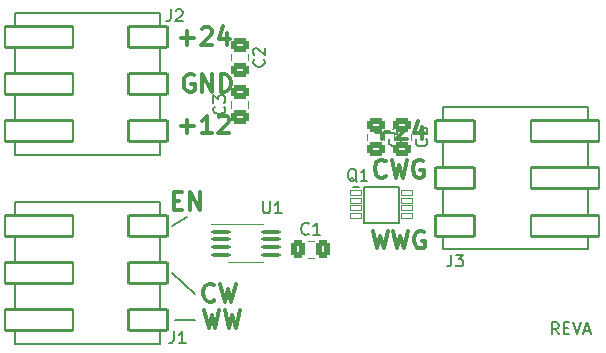
<source format=gbr>
%TF.GenerationSoftware,KiCad,Pcbnew,(6.0.4)*%
%TF.CreationDate,2022-10-31T11:49:10-04:00*%
%TF.ProjectId,switcher board,73776974-6368-4657-9220-626f6172642e,rev?*%
%TF.SameCoordinates,Original*%
%TF.FileFunction,Legend,Top*%
%TF.FilePolarity,Positive*%
%FSLAX46Y46*%
G04 Gerber Fmt 4.6, Leading zero omitted, Abs format (unit mm)*
G04 Created by KiCad (PCBNEW (6.0.4)) date 2022-10-31 11:49:10*
%MOMM*%
%LPD*%
G01*
G04 APERTURE LIST*
G04 Aperture macros list*
%AMRoundRect*
0 Rectangle with rounded corners*
0 $1 Rounding radius*
0 $2 $3 $4 $5 $6 $7 $8 $9 X,Y pos of 4 corners*
0 Add a 4 corners polygon primitive as box body*
4,1,4,$2,$3,$4,$5,$6,$7,$8,$9,$2,$3,0*
0 Add four circle primitives for the rounded corners*
1,1,$1+$1,$2,$3*
1,1,$1+$1,$4,$5*
1,1,$1+$1,$6,$7*
1,1,$1+$1,$8,$9*
0 Add four rect primitives between the rounded corners*
20,1,$1+$1,$2,$3,$4,$5,0*
20,1,$1+$1,$4,$5,$6,$7,0*
20,1,$1+$1,$6,$7,$8,$9,0*
20,1,$1+$1,$8,$9,$2,$3,0*%
G04 Aperture macros list end*
%ADD10C,0.150000*%
%ADD11C,0.300000*%
%ADD12C,0.120000*%
%ADD13RoundRect,0.250000X-0.475000X0.337500X-0.475000X-0.337500X0.475000X-0.337500X0.475000X0.337500X0*%
%ADD14RoundRect,0.250000X0.475000X-0.337500X0.475000X0.337500X-0.475000X0.337500X-0.475000X-0.337500X0*%
%ADD15C,3.200000*%
%ADD16RoundRect,0.250000X-0.337500X-0.475000X0.337500X-0.475000X0.337500X0.475000X-0.337500X0.475000X0*%
%ADD17RoundRect,0.100000X-0.712500X-0.100000X0.712500X-0.100000X0.712500X0.100000X-0.712500X0.100000X0*%
%ADD18RoundRect,0.019000X-0.501000X0.171000X-0.501000X-0.171000X0.501000X-0.171000X0.501000X0.171000X0*%
%ADD19RoundRect,0.100000X1.650000X0.900000X-1.650000X0.900000X-1.650000X-0.900000X1.650000X-0.900000X0*%
%ADD20RoundRect,0.100000X2.900000X0.900000X-2.900000X0.900000X-2.900000X-0.900000X2.900000X-0.900000X0*%
%ADD21RoundRect,0.100000X-1.650000X-0.900000X1.650000X-0.900000X1.650000X0.900000X-1.650000X0.900000X0*%
%ADD22RoundRect,0.100000X-2.900000X-0.900000X2.900000X-0.900000X2.900000X0.900000X-2.900000X0.900000X0*%
G04 APERTURE END LIST*
D10*
X180500000Y-113702380D02*
X180166666Y-113226190D01*
X179928571Y-113702380D02*
X179928571Y-112702380D01*
X180309523Y-112702380D01*
X180404761Y-112750000D01*
X180452380Y-112797619D01*
X180500000Y-112892857D01*
X180500000Y-113035714D01*
X180452380Y-113130952D01*
X180404761Y-113178571D01*
X180309523Y-113226190D01*
X179928571Y-113226190D01*
X180928571Y-113178571D02*
X181261904Y-113178571D01*
X181404761Y-113702380D02*
X180928571Y-113702380D01*
X180928571Y-112702380D01*
X181404761Y-112702380D01*
X181690476Y-112702380D02*
X182023809Y-113702380D01*
X182357142Y-112702380D01*
X182642857Y-113416666D02*
X183119047Y-113416666D01*
X182547619Y-113702380D02*
X182880952Y-112702380D01*
X183214285Y-113702380D01*
D11*
X164750000Y-104928571D02*
X165107142Y-106428571D01*
X165392857Y-105357142D01*
X165678571Y-106428571D01*
X166035714Y-104928571D01*
X166464285Y-104928571D02*
X166821428Y-106428571D01*
X167107142Y-105357142D01*
X167392857Y-106428571D01*
X167750000Y-104928571D01*
X169107142Y-105000000D02*
X168964285Y-104928571D01*
X168750000Y-104928571D01*
X168535714Y-105000000D01*
X168392857Y-105142857D01*
X168321428Y-105285714D01*
X168250000Y-105571428D01*
X168250000Y-105785714D01*
X168321428Y-106071428D01*
X168392857Y-106214285D01*
X168535714Y-106357142D01*
X168750000Y-106428571D01*
X168892857Y-106428571D01*
X169107142Y-106357142D01*
X169178571Y-106285714D01*
X169178571Y-105785714D01*
X168892857Y-105785714D01*
X165857142Y-100285714D02*
X165785714Y-100357142D01*
X165571428Y-100428571D01*
X165428571Y-100428571D01*
X165214285Y-100357142D01*
X165071428Y-100214285D01*
X165000000Y-100071428D01*
X164928571Y-99785714D01*
X164928571Y-99571428D01*
X165000000Y-99285714D01*
X165071428Y-99142857D01*
X165214285Y-99000000D01*
X165428571Y-98928571D01*
X165571428Y-98928571D01*
X165785714Y-99000000D01*
X165857142Y-99071428D01*
X166357142Y-98928571D02*
X166714285Y-100428571D01*
X167000000Y-99357142D01*
X167285714Y-100428571D01*
X167642857Y-98928571D01*
X169000000Y-99000000D02*
X168857142Y-98928571D01*
X168642857Y-98928571D01*
X168428571Y-99000000D01*
X168285714Y-99142857D01*
X168214285Y-99285714D01*
X168142857Y-99571428D01*
X168142857Y-99785714D01*
X168214285Y-100071428D01*
X168285714Y-100214285D01*
X168428571Y-100357142D01*
X168642857Y-100428571D01*
X168785714Y-100428571D01*
X169000000Y-100357142D01*
X169071428Y-100285714D01*
X169071428Y-99785714D01*
X168785714Y-99785714D01*
X165000000Y-96607142D02*
X166142857Y-96607142D01*
X165571428Y-97178571D02*
X165571428Y-96035714D01*
X166785714Y-95821428D02*
X166857142Y-95750000D01*
X167000000Y-95678571D01*
X167357142Y-95678571D01*
X167500000Y-95750000D01*
X167571428Y-95821428D01*
X167642857Y-95964285D01*
X167642857Y-96107142D01*
X167571428Y-96321428D01*
X166714285Y-97178571D01*
X167642857Y-97178571D01*
X168928571Y-96178571D02*
X168928571Y-97178571D01*
X168571428Y-95607142D02*
X168214285Y-96678571D01*
X169142857Y-96678571D01*
D10*
X147750000Y-104500000D02*
X149000000Y-103750000D01*
X147750000Y-108500000D02*
X149750000Y-110250000D01*
X148000000Y-112500000D02*
X149750000Y-112500000D01*
D11*
X147892857Y-102392857D02*
X148392857Y-102392857D01*
X148607142Y-103178571D02*
X147892857Y-103178571D01*
X147892857Y-101678571D01*
X148607142Y-101678571D01*
X149250000Y-103178571D02*
X149250000Y-101678571D01*
X150107142Y-103178571D01*
X150107142Y-101678571D01*
X151357142Y-110785714D02*
X151285714Y-110857142D01*
X151071428Y-110928571D01*
X150928571Y-110928571D01*
X150714285Y-110857142D01*
X150571428Y-110714285D01*
X150500000Y-110571428D01*
X150428571Y-110285714D01*
X150428571Y-110071428D01*
X150500000Y-109785714D01*
X150571428Y-109642857D01*
X150714285Y-109500000D01*
X150928571Y-109428571D01*
X151071428Y-109428571D01*
X151285714Y-109500000D01*
X151357142Y-109571428D01*
X151857142Y-109428571D02*
X152214285Y-110928571D01*
X152500000Y-109857142D01*
X152785714Y-110928571D01*
X153142857Y-109428571D01*
X150500000Y-111678571D02*
X150857142Y-113178571D01*
X151142857Y-112107142D01*
X151428571Y-113178571D01*
X151785714Y-111678571D01*
X152214285Y-111678571D02*
X152571428Y-113178571D01*
X152857142Y-112107142D01*
X153142857Y-113178571D01*
X153500000Y-111678571D01*
X149607142Y-91750000D02*
X149464285Y-91678571D01*
X149250000Y-91678571D01*
X149035714Y-91750000D01*
X148892857Y-91892857D01*
X148821428Y-92035714D01*
X148750000Y-92321428D01*
X148750000Y-92535714D01*
X148821428Y-92821428D01*
X148892857Y-92964285D01*
X149035714Y-93107142D01*
X149250000Y-93178571D01*
X149392857Y-93178571D01*
X149607142Y-93107142D01*
X149678571Y-93035714D01*
X149678571Y-92535714D01*
X149392857Y-92535714D01*
X150321428Y-93178571D02*
X150321428Y-91678571D01*
X151178571Y-93178571D01*
X151178571Y-91678571D01*
X151892857Y-93178571D02*
X151892857Y-91678571D01*
X152250000Y-91678571D01*
X152464285Y-91750000D01*
X152607142Y-91892857D01*
X152678571Y-92035714D01*
X152750000Y-92321428D01*
X152750000Y-92535714D01*
X152678571Y-92821428D01*
X152607142Y-92964285D01*
X152464285Y-93107142D01*
X152250000Y-93178571D01*
X151892857Y-93178571D01*
X148500000Y-96107142D02*
X149642857Y-96107142D01*
X149071428Y-96678571D02*
X149071428Y-95535714D01*
X151142857Y-96678571D02*
X150285714Y-96678571D01*
X150714285Y-96678571D02*
X150714285Y-95178571D01*
X150571428Y-95392857D01*
X150428571Y-95535714D01*
X150285714Y-95607142D01*
X151714285Y-95321428D02*
X151785714Y-95250000D01*
X151928571Y-95178571D01*
X152285714Y-95178571D01*
X152428571Y-95250000D01*
X152500000Y-95321428D01*
X152571428Y-95464285D01*
X152571428Y-95607142D01*
X152500000Y-95821428D01*
X151642857Y-96678571D01*
X152571428Y-96678571D01*
X148500000Y-88607142D02*
X149642857Y-88607142D01*
X149071428Y-89178571D02*
X149071428Y-88035714D01*
X150285714Y-87821428D02*
X150357142Y-87750000D01*
X150500000Y-87678571D01*
X150857142Y-87678571D01*
X151000000Y-87750000D01*
X151071428Y-87821428D01*
X151142857Y-87964285D01*
X151142857Y-88107142D01*
X151071428Y-88321428D01*
X150214285Y-89178571D01*
X151142857Y-89178571D01*
X152428571Y-88178571D02*
X152428571Y-89178571D01*
X152071428Y-87607142D02*
X151714285Y-88678571D01*
X152642857Y-88678571D01*
D10*
%TO.C,C5*%
X169297142Y-97166666D02*
X169344761Y-97214285D01*
X169392380Y-97357142D01*
X169392380Y-97452380D01*
X169344761Y-97595238D01*
X169249523Y-97690476D01*
X169154285Y-97738095D01*
X168963809Y-97785714D01*
X168820952Y-97785714D01*
X168630476Y-97738095D01*
X168535238Y-97690476D01*
X168440000Y-97595238D01*
X168392380Y-97452380D01*
X168392380Y-97357142D01*
X168440000Y-97214285D01*
X168487619Y-97166666D01*
X168392380Y-96261904D02*
X168392380Y-96738095D01*
X168868571Y-96785714D01*
X168820952Y-96738095D01*
X168773333Y-96642857D01*
X168773333Y-96404761D01*
X168820952Y-96309523D01*
X168868571Y-96261904D01*
X168963809Y-96214285D01*
X169201904Y-96214285D01*
X169297142Y-96261904D01*
X169344761Y-96309523D01*
X169392380Y-96404761D01*
X169392380Y-96642857D01*
X169344761Y-96738095D01*
X169297142Y-96785714D01*
%TO.C,C4*%
X167037142Y-97166666D02*
X167084761Y-97214285D01*
X167132380Y-97357142D01*
X167132380Y-97452380D01*
X167084761Y-97595238D01*
X166989523Y-97690476D01*
X166894285Y-97738095D01*
X166703809Y-97785714D01*
X166560952Y-97785714D01*
X166370476Y-97738095D01*
X166275238Y-97690476D01*
X166180000Y-97595238D01*
X166132380Y-97452380D01*
X166132380Y-97357142D01*
X166180000Y-97214285D01*
X166227619Y-97166666D01*
X166465714Y-96309523D02*
X167132380Y-96309523D01*
X166084761Y-96547619D02*
X166799047Y-96785714D01*
X166799047Y-96166666D01*
%TO.C,C3*%
X152177142Y-94416666D02*
X152224761Y-94464285D01*
X152272380Y-94607142D01*
X152272380Y-94702380D01*
X152224761Y-94845238D01*
X152129523Y-94940476D01*
X152034285Y-94988095D01*
X151843809Y-95035714D01*
X151700952Y-95035714D01*
X151510476Y-94988095D01*
X151415238Y-94940476D01*
X151320000Y-94845238D01*
X151272380Y-94702380D01*
X151272380Y-94607142D01*
X151320000Y-94464285D01*
X151367619Y-94416666D01*
X151272380Y-94083333D02*
X151272380Y-93464285D01*
X151653333Y-93797619D01*
X151653333Y-93654761D01*
X151700952Y-93559523D01*
X151748571Y-93511904D01*
X151843809Y-93464285D01*
X152081904Y-93464285D01*
X152177142Y-93511904D01*
X152224761Y-93559523D01*
X152272380Y-93654761D01*
X152272380Y-93940476D01*
X152224761Y-94035714D01*
X152177142Y-94083333D01*
%TO.C,C2*%
X155537142Y-90416666D02*
X155584761Y-90464285D01*
X155632380Y-90607142D01*
X155632380Y-90702380D01*
X155584761Y-90845238D01*
X155489523Y-90940476D01*
X155394285Y-90988095D01*
X155203809Y-91035714D01*
X155060952Y-91035714D01*
X154870476Y-90988095D01*
X154775238Y-90940476D01*
X154680000Y-90845238D01*
X154632380Y-90702380D01*
X154632380Y-90607142D01*
X154680000Y-90464285D01*
X154727619Y-90416666D01*
X154727619Y-90035714D02*
X154680000Y-89988095D01*
X154632380Y-89892857D01*
X154632380Y-89654761D01*
X154680000Y-89559523D01*
X154727619Y-89511904D01*
X154822857Y-89464285D01*
X154918095Y-89464285D01*
X155060952Y-89511904D01*
X155632380Y-90083333D01*
X155632380Y-89464285D01*
%TO.C,C1*%
X159333333Y-105177142D02*
X159285714Y-105224761D01*
X159142857Y-105272380D01*
X159047619Y-105272380D01*
X158904761Y-105224761D01*
X158809523Y-105129523D01*
X158761904Y-105034285D01*
X158714285Y-104843809D01*
X158714285Y-104700952D01*
X158761904Y-104510476D01*
X158809523Y-104415238D01*
X158904761Y-104320000D01*
X159047619Y-104272380D01*
X159142857Y-104272380D01*
X159285714Y-104320000D01*
X159333333Y-104367619D01*
X160285714Y-105272380D02*
X159714285Y-105272380D01*
X160000000Y-105272380D02*
X160000000Y-104272380D01*
X159904761Y-104415238D01*
X159809523Y-104510476D01*
X159714285Y-104558095D01*
%TO.C,U1*%
X155488095Y-102452380D02*
X155488095Y-103261904D01*
X155535714Y-103357142D01*
X155583333Y-103404761D01*
X155678571Y-103452380D01*
X155869047Y-103452380D01*
X155964285Y-103404761D01*
X156011904Y-103357142D01*
X156059523Y-103261904D01*
X156059523Y-102452380D01*
X157059523Y-103452380D02*
X156488095Y-103452380D01*
X156773809Y-103452380D02*
X156773809Y-102452380D01*
X156678571Y-102595238D01*
X156583333Y-102690476D01*
X156488095Y-102738095D01*
%TO.C,Q1*%
X163404761Y-100797619D02*
X163309523Y-100750000D01*
X163214285Y-100654761D01*
X163071428Y-100511904D01*
X162976190Y-100464285D01*
X162880952Y-100464285D01*
X162928571Y-100702380D02*
X162833333Y-100654761D01*
X162738095Y-100559523D01*
X162690476Y-100369047D01*
X162690476Y-100035714D01*
X162738095Y-99845238D01*
X162833333Y-99750000D01*
X162928571Y-99702380D01*
X163119047Y-99702380D01*
X163214285Y-99750000D01*
X163309523Y-99845238D01*
X163357142Y-100035714D01*
X163357142Y-100369047D01*
X163309523Y-100559523D01*
X163214285Y-100654761D01*
X163119047Y-100702380D01*
X162928571Y-100702380D01*
X164309523Y-100702380D02*
X163738095Y-100702380D01*
X164023809Y-100702380D02*
X164023809Y-99702380D01*
X163928571Y-99845238D01*
X163833333Y-99940476D01*
X163738095Y-99988095D01*
%TO.C,J3*%
X171416666Y-106952380D02*
X171416666Y-107666666D01*
X171369047Y-107809523D01*
X171273809Y-107904761D01*
X171130952Y-107952380D01*
X171035714Y-107952380D01*
X171797619Y-106952380D02*
X172416666Y-106952380D01*
X172083333Y-107333333D01*
X172226190Y-107333333D01*
X172321428Y-107380952D01*
X172369047Y-107428571D01*
X172416666Y-107523809D01*
X172416666Y-107761904D01*
X172369047Y-107857142D01*
X172321428Y-107904761D01*
X172226190Y-107952380D01*
X171940476Y-107952380D01*
X171845238Y-107904761D01*
X171797619Y-107857142D01*
%TO.C,J2*%
X147666666Y-86202380D02*
X147666666Y-86916666D01*
X147619047Y-87059523D01*
X147523809Y-87154761D01*
X147380952Y-87202380D01*
X147285714Y-87202380D01*
X148095238Y-86297619D02*
X148142857Y-86250000D01*
X148238095Y-86202380D01*
X148476190Y-86202380D01*
X148571428Y-86250000D01*
X148619047Y-86297619D01*
X148666666Y-86392857D01*
X148666666Y-86488095D01*
X148619047Y-86630952D01*
X148047619Y-87202380D01*
X148666666Y-87202380D01*
%TO.C,J1*%
X147916666Y-113452380D02*
X147916666Y-114166666D01*
X147869047Y-114309523D01*
X147773809Y-114404761D01*
X147630952Y-114452380D01*
X147535714Y-114452380D01*
X148916666Y-114452380D02*
X148345238Y-114452380D01*
X148630952Y-114452380D02*
X148630952Y-113452380D01*
X148535714Y-113595238D01*
X148440476Y-113690476D01*
X148345238Y-113738095D01*
D12*
%TO.C,C5*%
X167995000Y-96738748D02*
X167995000Y-97261252D01*
X166525000Y-96738748D02*
X166525000Y-97261252D01*
%TO.C,C4*%
X165735000Y-96738748D02*
X165735000Y-97261252D01*
X164265000Y-96738748D02*
X164265000Y-97261252D01*
%TO.C,C3*%
X152765000Y-94511252D02*
X152765000Y-93988748D01*
X154235000Y-94511252D02*
X154235000Y-93988748D01*
%TO.C,C2*%
X154235000Y-89988748D02*
X154235000Y-90511252D01*
X152765000Y-89988748D02*
X152765000Y-90511252D01*
%TO.C,C1*%
X159238748Y-107235000D02*
X159761252Y-107235000D01*
X159238748Y-105765000D02*
X159761252Y-105765000D01*
%TO.C,U1*%
X154000000Y-107610000D02*
X152500000Y-107610000D01*
X154000000Y-104390000D02*
X151075000Y-104390000D01*
X154000000Y-107610000D02*
X155500000Y-107610000D01*
X154000000Y-104390000D02*
X155500000Y-104390000D01*
D10*
%TO.C,Q1*%
X163620000Y-101250000D02*
X163120000Y-101250000D01*
X167000000Y-101250000D02*
X164000000Y-101250000D01*
X164000000Y-101250000D02*
X164000000Y-104250000D01*
X164000000Y-104250000D02*
X167000000Y-104250000D01*
X167000000Y-104250000D02*
X167000000Y-101250000D01*
%TO.C,J3*%
X183000000Y-106500000D02*
X170750000Y-106500000D01*
X170750000Y-106500000D02*
X170750000Y-94500000D01*
X170750000Y-94500000D02*
X183000000Y-94500000D01*
X183000000Y-94500000D02*
X183000000Y-106500000D01*
%TO.C,J2*%
X134500000Y-102500000D02*
X146750000Y-102500000D01*
X146750000Y-102500000D02*
X146750000Y-114500000D01*
X146750000Y-114500000D02*
X134500000Y-114500000D01*
X134500000Y-114500000D02*
X134500000Y-102500000D01*
%TO.C,J1*%
X134500000Y-86500000D02*
X146750000Y-86500000D01*
X146750000Y-86500000D02*
X146750000Y-98500000D01*
X146750000Y-98500000D02*
X134500000Y-98500000D01*
X134500000Y-98500000D02*
X134500000Y-86500000D01*
%TD*%
%LPC*%
D13*
%TO.C,C5*%
X167260000Y-95962500D03*
X167260000Y-98037500D03*
%TD*%
%TO.C,C4*%
X165000000Y-95962500D03*
X165000000Y-98037500D03*
%TD*%
D14*
%TO.C,C3*%
X153500000Y-95287500D03*
X153500000Y-93212500D03*
%TD*%
D13*
%TO.C,C2*%
X153500000Y-89212500D03*
X153500000Y-91287500D03*
%TD*%
D15*
%TO.C,H3*%
X179750000Y-90250000D03*
%TD*%
%TO.C,H2*%
X179750000Y-110750000D03*
%TD*%
%TO.C,H1*%
X154000000Y-100500000D03*
%TD*%
D16*
%TO.C,C1*%
X160537500Y-106500000D03*
X158462500Y-106500000D03*
%TD*%
D17*
%TO.C,U1*%
X151887500Y-105025000D03*
X151887500Y-105675000D03*
X151887500Y-106325000D03*
X151887500Y-106975000D03*
X156112500Y-106975000D03*
X156112500Y-106325000D03*
X156112500Y-105675000D03*
X156112500Y-105025000D03*
%TD*%
D18*
%TO.C,Q1*%
X163380000Y-101750000D03*
X163380000Y-102400000D03*
X163380000Y-103050000D03*
X163380000Y-103700000D03*
X167620000Y-103700000D03*
X167620000Y-103050000D03*
X167620000Y-102400000D03*
X167620000Y-101750000D03*
%TD*%
D19*
%TO.C,J3*%
X171750000Y-104500000D03*
D20*
X181000000Y-104500000D03*
X181000000Y-100500000D03*
D19*
X171750000Y-100500000D03*
X171750000Y-96500000D03*
D20*
X181000000Y-96500000D03*
%TD*%
D21*
%TO.C,J2*%
X145750000Y-104500000D03*
D22*
X136500000Y-104500000D03*
X136500000Y-108500000D03*
D21*
X145750000Y-108500000D03*
X145750000Y-112500000D03*
D22*
X136500000Y-112500000D03*
%TD*%
D21*
%TO.C,J1*%
X145750000Y-88500000D03*
D22*
X136500000Y-88500000D03*
X136500000Y-92500000D03*
D21*
X145750000Y-92500000D03*
X145750000Y-96500000D03*
D22*
X136500000Y-96500000D03*
%TD*%
M02*

</source>
